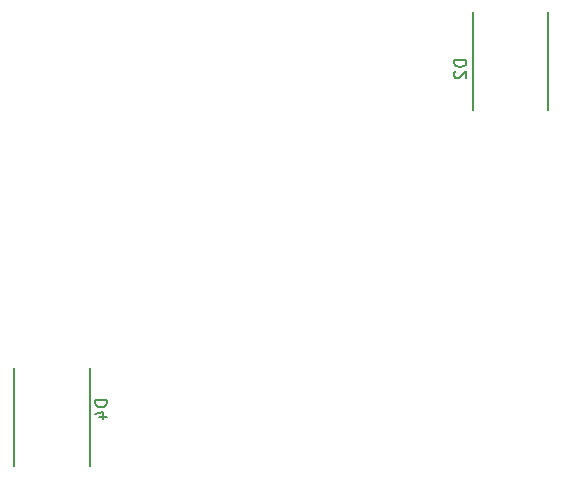
<source format=gbo>
G04 #@! TF.FileFunction,Legend,Bot*
%FSLAX46Y46*%
G04 Gerber Fmt 4.6, Leading zero omitted, Abs format (unit mm)*
G04 Created by KiCad (PCBNEW 4.0.1-stable) date 30.08.2016 22:59:35*
%MOMM*%
G01*
G04 APERTURE LIST*
%ADD10C,0.100000*%
%ADD11C,0.150000*%
%ADD12R,2.060000X2.060000*%
%ADD13O,2.060000X2.060000*%
%ADD14O,3.760120X5.761640*%
%ADD15C,2.060000*%
%ADD16C,7.260000*%
%ADD17O,1.761140X1.159160*%
%ADD18R,3.460000X2.860000*%
%ADD19R,2.560000X2.560000*%
%ADD20C,2.560000*%
%ADD21C,15.260000*%
%ADD22C,0.254000*%
G04 APERTURE END LIST*
D10*
D11*
X162700000Y-89100000D02*
X162700000Y-80800000D01*
X156300000Y-80800000D02*
X156300000Y-89100000D01*
X117500000Y-110900000D02*
X117500000Y-119200000D01*
X123900000Y-119200000D02*
X123900000Y-110900000D01*
X155752381Y-84861905D02*
X154752381Y-84861905D01*
X154752381Y-85100000D01*
X154800000Y-85242858D01*
X154895238Y-85338096D01*
X154990476Y-85385715D01*
X155180952Y-85433334D01*
X155323810Y-85433334D01*
X155514286Y-85385715D01*
X155609524Y-85338096D01*
X155704762Y-85242858D01*
X155752381Y-85100000D01*
X155752381Y-84861905D01*
X154847619Y-85814286D02*
X154800000Y-85861905D01*
X154752381Y-85957143D01*
X154752381Y-86195239D01*
X154800000Y-86290477D01*
X154847619Y-86338096D01*
X154942857Y-86385715D01*
X155038095Y-86385715D01*
X155180952Y-86338096D01*
X155752381Y-85766667D01*
X155752381Y-86385715D01*
X125352381Y-113661905D02*
X124352381Y-113661905D01*
X124352381Y-113900000D01*
X124400000Y-114042858D01*
X124495238Y-114138096D01*
X124590476Y-114185715D01*
X124780952Y-114233334D01*
X124923810Y-114233334D01*
X125114286Y-114185715D01*
X125209524Y-114138096D01*
X125304762Y-114042858D01*
X125352381Y-113900000D01*
X125352381Y-113661905D01*
X124685714Y-115090477D02*
X125352381Y-115090477D01*
X124304762Y-114852381D02*
X125019048Y-114614286D01*
X125019048Y-115233334D01*
%LPC*%
D12*
X164900000Y-118400000D03*
D13*
X154740000Y-118400000D03*
X152200000Y-118400000D03*
X149660000Y-118400000D03*
X147120000Y-118400000D03*
X144580000Y-118400000D03*
D14*
X159470000Y-77600000D03*
X154020000Y-77600000D03*
X164920000Y-77600000D03*
X120530000Y-77600000D03*
X115080000Y-77600000D03*
X125980000Y-77600000D03*
X120530000Y-122400000D03*
X125980000Y-122400000D03*
X115080000Y-122400000D03*
X159470000Y-122400000D03*
X164920000Y-122400000D03*
X154020000Y-122400000D03*
D15*
X133800000Y-110400000D03*
X133800000Y-102900000D03*
D16*
X105000000Y-55000000D03*
X105000000Y-145000000D03*
X175000000Y-55000000D03*
X175000000Y-145000000D03*
D17*
X169500000Y-77670000D03*
X169500000Y-78940000D03*
X169500000Y-76400000D03*
X169500000Y-122330000D03*
X169500000Y-123600000D03*
X169500000Y-121060000D03*
D15*
X146100000Y-90600000D03*
X146100000Y-98100000D03*
D18*
X159500000Y-89200000D03*
X159500000Y-82000000D03*
X120700000Y-110800000D03*
X120700000Y-118000000D03*
D12*
X173180000Y-92250000D03*
D13*
X175720000Y-92250000D03*
X173180000Y-94790000D03*
X175720000Y-94790000D03*
X173180000Y-97330000D03*
X175720000Y-97330000D03*
X173180000Y-99870000D03*
X175720000Y-99870000D03*
X173180000Y-102410000D03*
X175720000Y-102410000D03*
X173180000Y-104950000D03*
X175720000Y-104950000D03*
X173180000Y-107490000D03*
X175720000Y-107490000D03*
X173180000Y-110030000D03*
X175720000Y-110030000D03*
D19*
X159500000Y-92500000D03*
D20*
X159500000Y-107500000D03*
D19*
X120500000Y-107400000D03*
D20*
X120500000Y-92400000D03*
D12*
X154000000Y-81600000D03*
D13*
X164160000Y-81600000D03*
X166700000Y-81600000D03*
X169240000Y-81600000D03*
X171780000Y-81600000D03*
X174320000Y-81600000D03*
D12*
X115100000Y-81600000D03*
D13*
X125260000Y-81600000D03*
X127800000Y-81600000D03*
X130340000Y-81600000D03*
X132880000Y-81600000D03*
X135420000Y-81600000D03*
D12*
X126000000Y-118400000D03*
D13*
X115840000Y-118400000D03*
X113300000Y-118400000D03*
X110760000Y-118400000D03*
X108220000Y-118400000D03*
X105680000Y-118400000D03*
D21*
X108000000Y-108000000D03*
X108000000Y-92000000D03*
X108000000Y-68000000D03*
X108000000Y-132000000D03*
D22*
G36*
X107843346Y-75373000D02*
X100097346Y-75373000D01*
X100097346Y-60627000D01*
X107843346Y-60627000D01*
X107843346Y-75373000D01*
X107843346Y-75373000D01*
G37*
X107843346Y-75373000D02*
X100097346Y-75373000D01*
X100097346Y-60627000D01*
X107843346Y-60627000D01*
X107843346Y-75373000D01*
G36*
X107873000Y-99373000D02*
X100127000Y-99373000D01*
X100127000Y-84627000D01*
X107873000Y-84627000D01*
X107873000Y-99373000D01*
X107873000Y-99373000D01*
G37*
X107873000Y-99373000D02*
X100127000Y-99373000D01*
X100127000Y-84627000D01*
X107873000Y-84627000D01*
X107873000Y-99373000D01*
G36*
X107873000Y-115373000D02*
X100127000Y-115373000D01*
X100127000Y-100627000D01*
X107873000Y-100627000D01*
X107873000Y-115373000D01*
X107873000Y-115373000D01*
G37*
X107873000Y-115373000D02*
X100127000Y-115373000D01*
X100127000Y-100627000D01*
X107873000Y-100627000D01*
X107873000Y-115373000D01*
G36*
X107873000Y-139373000D02*
X100127000Y-139373000D01*
X100127000Y-124627000D01*
X107873000Y-124627000D01*
X107873000Y-139373000D01*
X107873000Y-139373000D01*
G37*
X107873000Y-139373000D02*
X100127000Y-139373000D01*
X100127000Y-124627000D01*
X107873000Y-124627000D01*
X107873000Y-139373000D01*
M02*

</source>
